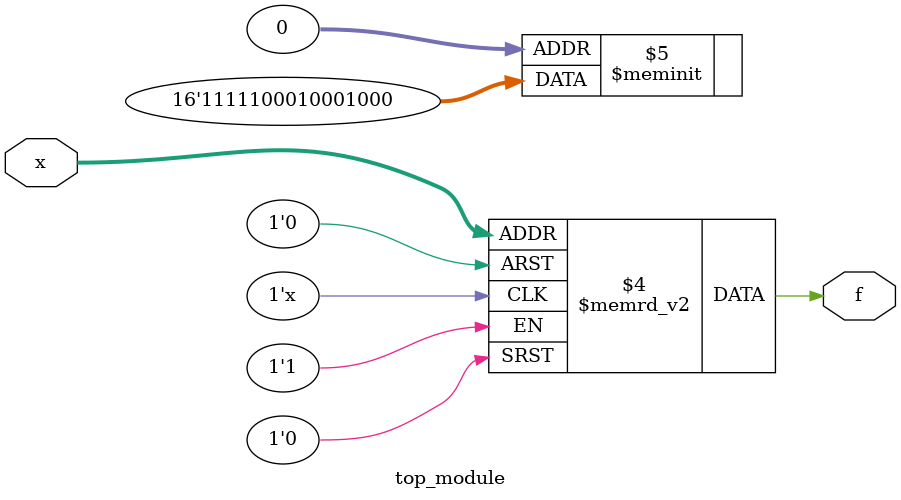
<source format=sv>
module top_module (
    input [4:1] x,
    output logic f
);

    always_comb begin
        case (x)
            4'b0000, 4'b0010, 4'b0100,
            4'b0110, 4'b1000, 4'b1001,
            4'b1010:
                f = 1'b0;

            4'b0011, 4'b0111, 4'b1001,
            4'b1011, 4'b1100, 4'b1101,
            4'b1110, 4'b1111:
                f = 1'b1; 

            default: f = 1'b0; // Handle don’t-cares default to 0
        endcase
    end

endmodule

</source>
